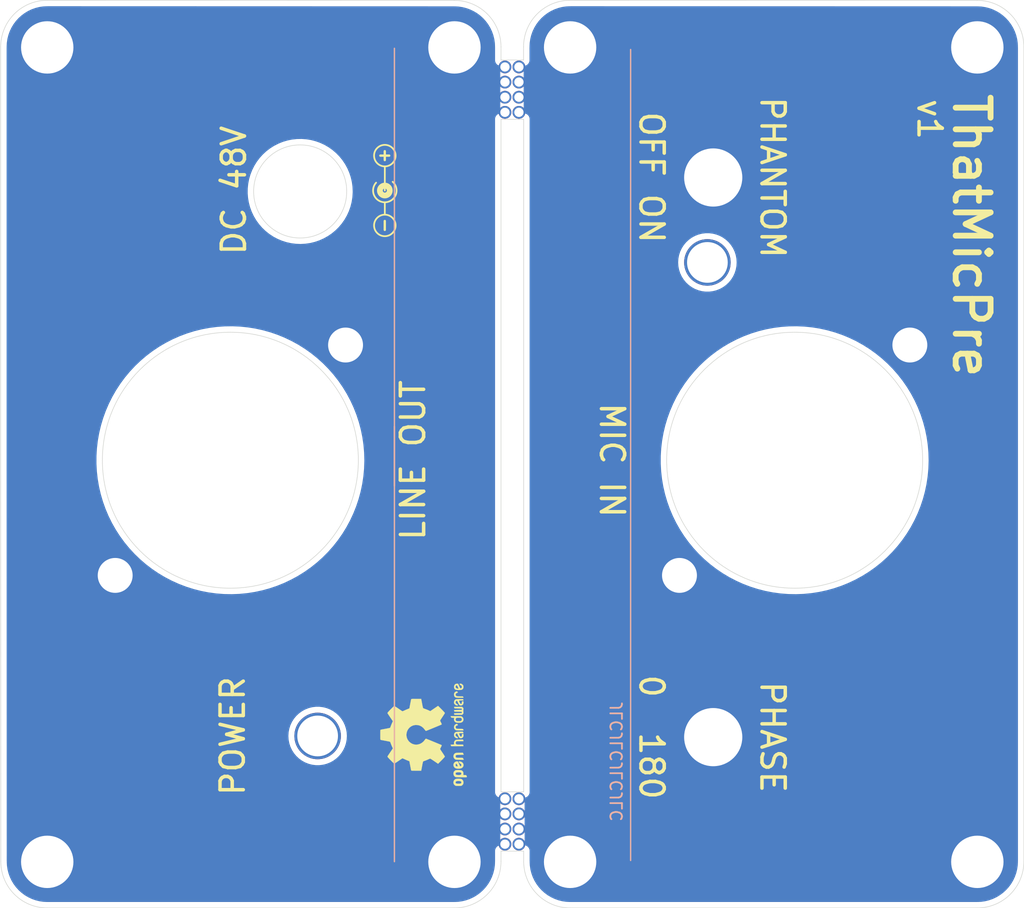
<source format=kicad_pcb>
(kicad_pcb (version 20211014) (generator pcbnew)
  (title_block (title "THAT MicPre Panels") (date "2020-04-13") (rev "1.1") (company "OJG"))
  (layers (0 "F.Cu" signal) (31 "B.Cu" signal) (34 "B.Paste" user) (35 "F.Paste" user) (36 "B.SilkS" user "B.Silkscreen") (37 "F.SilkS" user "F.Silkscreen") (38 "B.Mask" user) (39 "F.Mask" user) (44 "Edge.Cuts" user))
  (net 0 "")
  (net 1 "GND")
  (footprint "Symbol:OSHW-Logo2_9.8x8mm_SilkScreen" (layer "F.Cu") (at 139.1 117.6 90)
    (fp_text reference "REF**" hide)
    (fp_text value "OSHW-Logo2_9.8x8mm_SilkScreen" hide)
    (fp_poly (pts (xy 0.053501 2.626303) (xy 0.13006 2.654733) (xy 0.130936 2.655279) (xy 0.178285 2.690127) (xy 0.213241 2.730852) (xy 0.237825 2.783925) (xy 0.254062 2.855814) (xy 0.263975 2.952992) (xy 0.269586 3.081928) (xy 0.270077 3.100298) (xy 0.277141 3.377287) (xy 0.217695 3.408028) (xy 0.174681 3.428802) (xy 0.14871 3.438646) (xy 0.147509 3.438769) (xy 0.143014 3.420606) (xy 0.139444 3.371612) (xy 0.137248 3.300031) (xy 0.136769 3.242068) (xy 0.136758 3.14817) (xy 0.132466 3.089203) (xy 0.117503 3.061079) (xy 0.085482 3.059706) (xy 0.030014 3.080998) (xy -0.053731 3.120136) (xy -0.115311 3.152643) (xy -0.146983 3.180845) (xy -0.156294 3.211582) (xy -0.156308 3.213104) (xy -0.140943 3.266054) (xy -0.095453 3.29466) (xy -0.025834 3.298803) (xy 0.024313 3.298084) (xy 0.050754 3.312527) (xy 0.067243 3.347218) (xy 0.076733 3.391416) (xy 0.063057 3.416493) (xy 0.057907 3.420082) (xy 0.009425 3.434496) (xy -0.058469 3.436537) (xy -0.128388 3.426983) (xy -0.177932 3.409522) (xy -0.24643 3.351364) (xy -0.285366 3.270408) (xy -0.293077 3.20716) (xy -0.287193 3.150111) (xy -0.265899 3.103542) (xy -0.223735 3.062181) (xy -0.155241 3.020755) (xy -0.054956 2.973993) (xy -0.048846 2.97135) (xy 0.04149 2.929617) (xy 0.097235 2.895391) (xy 0.121129 2.864635) (xy 0.115913 2.833311) (xy 0.084328 2.797383) (xy 0.074883 2.789116) (xy 0.011617 2.757058) (xy -0.053936 2.758407) (xy -0.111028 2.789838) (xy -0.148907 2.848024) (xy -0.152426 2.859446) (xy -0.1867 2.914837) (xy -0.230191 2.941518) (xy -0.293077 2.96796) (xy -0.293077 2.899548) (xy -0.273948 2.80011) (xy -0.217169 2.708902) (xy -0.187622 2.678389) (xy -0.120458 2.639228) (xy -0.035044 2.6215) (xy 0.053501 2.626303)) (layer "F.SilkS") (width 0.01) (fill solid))
    (fp_poly (pts (xy 0.139878 -3.712224) (xy 0.245612 -3.711645) (xy 0.322132 -3.710078) (xy 0.374372 -3.707028) (xy 0.407263 -3.702004) (xy 0.425737 -3.694511) (xy 0.434727 -3.684056) (xy 0.439163 -3.670147) (xy 0.439594 -3.668346) (xy 0.446333 -3.635855) (xy 0.458808 -3.571748) (xy 0.475719 -3.482849) (xy 0.495771 -3.375981) (xy 0.517664 -3.257967) (xy 0.518429 -3.253822) (xy 0.540359 -3.138169) (xy 0.560877 -3.035986) (xy 0.578659 -2.953402) (xy 0.592381 -2.896544) (xy 0.600718 -2.871542) (xy 0.601116 -2.871099) (xy 0.625677 -2.85889) (xy 0.676315 -2.838544) (xy 0.742095 -2.814455) (xy 0.742461 -2.814326) (xy 0.825317 -2.783182) (xy 0.923 -2.743509) (xy 1.015077 -2.703619) (xy 1.019434 -2.701647) (xy 1.169407 -2.63358) (xy 1.501498 -2.860361) (xy 1.603374 -2.929496) (xy 1.695657 -2.991303) (xy 1.773003 -3.042267) (xy 1.830064 -3.078873) (xy 1.861495 -3.097606) (xy 1.864479 -3.098996) (xy 1.887321 -3.09281) (xy 1.929982 -3.062965) (xy 1.994128 -3.008053) (xy 2.081421 -2.926666) (xy 2.170535 -2.840078) (xy 2.256441 -2.754753) (xy 2.333327 -2.676892) (xy 2.396564 -2.611303) (xy 2.441523 -2.562795) (xy 2.463576 -2.536175) (xy 2.464396 -2.534805) (xy 2.466834 -2.516537) (xy 2.45765 -2.486705) (xy 2.434574 -2.441279) (xy 2.395337 -2.37623) (xy 2.33767 -2.28753) (xy 2.260795 -2.173343) (xy 2.19257 -2.072838) (xy 2.131582 -1.982697) (xy 2.081356 -1.908151) (xy 2.045416 -1.854435) (xy 2.027287 -1.826782) (xy 2.026146 -1.824905) (xy 2.028359 -1.79841) (xy 2.045138 -1.746914) (xy 2.073142 -1.680149) (xy 2.083122 -1.658828) (xy 2.126672 -1.563841) (xy 2.173134 -1.456063) (xy 2.210877 -1.362808) (xy 2.238073 -1.293594) (xy 2.259675 -1.240994) (xy 2.272158 -1.213503) (xy 2.273709 -1.211384) (xy 2.296668 -1.207876) (xy 2.350786 -1.198262) (xy 2.428868 -1.183911) (xy 2.523719 -1.166193) (xy 2.628143 -1.146475) (xy 2.734944 -1.126126) (xy 2.836926 -1.106514) (xy 2.926894 -1.089009) (xy 2.997653 -1.074978) (xy 3.042006 -1.065791) (xy 3.052885 -1.063193) (xy 3.064122 -1.056782) (xy 3.072605 -1.042303) (xy 3.078714 -1.014867) (xy 3.082832 -0.969589) (xy 3.085341 -0.90158) (xy 3.086621 -0.805953) (xy 3.087054 -0.67782) (xy 3.087077 -0.625299) (xy 3.087077 -0.198155) (xy 2.9845 -0.177909) (xy 2.927431 -0.16693) (xy 2.842269 -0.150905) (xy 2.739372 -0.131767) (xy 2.629096 -0.111449) (xy 2.598615 -0.105868) (xy 2.496855 -0.086083) (xy 2.408205 -0.066627) (xy 2.340108 -0.049303) (xy 2.300004 -0.035912) (xy 2.293323 -0.031921) (xy 2.276919 -0.003658) (xy 2.253399 0.051109) (xy 2.227316 0.121588) (xy 2.222142 0.136769) (xy 2.187956 0.230896) (xy 2.145523 0.337101) (xy 2.103997 0.432473) (xy 2.103792 0.432916) (xy 2.03464 0.582525) (xy 2.489512 1.251617) (xy 2.1975 1.544116) (xy 2.10918 1.63117) (xy 2.028625 1.707909) (xy 1.96036 1.770237) (xy 1.908908 1.814056) (xy 1.878794 1.83527) (xy 1.874474 1.836616) (xy 1.849111 1.826016) (xy 1.797358 1.796547) (xy 1.724868 1.751705) (xy 1.637294 1.694984) (xy 1.542612 1.631462) (xy 1.446516 1.566668) (xy 1.360837 1.510287) (xy 1.291016 1.465788) (xy 1.242494 1.436639) (xy 1.220782 1.426308) (xy 1.194293 1.43505) (xy 1.144062 1.458087) (xy 1.080451 1.490631) (xy 1.073708 1.494249) (xy 0.988046 1.53721) (xy 0.929306 1.558279) (xy 0.892772 1.558503) (xy 0.873731 1.538928) (xy 0.87362 1.538654) (xy 0.864102 1.515472) (xy 0.841403 1.460441) (xy 0.807282 1.377822) (xy 0.7635 1.271872) (xy 0.711816 1.146852) (xy 0.653992 1.00702) (xy 0.597991 0.871637) (xy 0.536447 0.722234) (xy 0.479939 0.583832) (xy 0.430161 0.460673) (xy 0.388806 0.357002) (xy 0.357568 0.277059) (xy 0.338141 0.225088) (xy 0.332154 0.205692) (xy 0.347168 0.183443) (xy 0.386439 0.147982) (xy 0.438807 0.108887) (xy 0.587941 -0.014755) (xy 0.704511 -0.156478) (xy 0.787118 -0.313296) (xy 0.834366 -0.482225) (xy 0.844857 -0.660278) (xy 0.837231 -0.742461) (xy 0.795682 -0.912969) (xy 0.724123 -1.063541) (xy 0.626995 -1.192691) (xy 0.508734 -1.298936) (xy 0.37378 -1.38079) (xy 0.226571 -1.436768) (xy 0.071544 -1.465385) (xy -0.086861 -1.465156) (xy -0.244206 -1.434595) (xy -0.396054 -1.372218) (xy -0.537965 -1.27654) (xy -0.597197 -1.222428) (xy -0.710797 -1.08348) (xy -0.789894 -0.931639) (xy -0.835014 -0.771333) (xy -0.846684 -0.606988) (xy -0.825431 -0.443029) (xy -0.77178 -0.283882) (xy -0.68626 -0.133975) (xy -0.569395 0.002267) (xy -0.438807 0.108887) (xy -0.384412 0.149642) (xy -0.345986 0.184718) (xy -0.332154 0.205726) (xy -0.339397 0.228635) (xy -0.359995 0.283365) (xy -0.392254 0.365672) (xy -0.434479 0.471315) (xy -0.484977 0.59605) (xy -0.542052 0.735636) (xy -0.598146 0.87167) (xy -0.660033 1.021201) (xy -0.717356 1.159767) (xy -0.768356 1.283107) (xy -0.811273 1.386964) (xy -0.844347 1.46708) (xy -0.865819 1.519195) (xy -0.873775 1.538654) (xy -0.892571 1.558423) (xy -0.928926 1.558365) (xy -0.987521 1.537441) (xy -1.073032 1.494613) (xy -1.073708 1.494249) (xy -1.138093 1.461012) (xy -1.190139 1.436802) (xy -1.219488 1.426404) (xy -1.220783 1.426308) (xy -1.242876 1.436855) (xy -1.291652 1.466184) (xy -1.361669 1.510827) (xy -1.447486 1.567314) (xy -1.542612 1.631462) (xy -1.63946 1.696411) (xy -1.726747 1.752896) (xy -1.798819 1.797421) (xy -1.850023 1.82649) (xy -1.874474 1.836616) (xy -1.89699 1.823307) (xy -1.942258 1.786112) (xy -2.005756 1.729128) (xy -2.082961 1.656449) (xy -2.169349 1.572171) (xy -2.197601 1.544016) (xy -2.489713 1.251416) (xy -2.267369 0.925104) (xy -2.199798 0.824897) (xy -2.140493 0.734963) (xy -2.092783 0.66051) (xy -2.059993 0.606751) (xy -2.045452 0.578894) (xy -2.045026 0.576912) (xy -2.052692 0.550655) (xy -2.073311 0.497837) (xy -2.103315 0.42731) (xy -2.124375 0.380093) (xy -2.163752 0.289694) (xy -2.200835 0.198366) (xy -2.229585 0.1212) (xy -2.237395 0.097692) (xy -2.259583 0.034916) (xy -2.281273 -0.013589) (xy -2.293187 -0.031921) (xy -2.319477 -0.043141) (xy -2.376858 -0.059046) (xy -2.457882 -0.077833) (xy -2.555105 -0.097701) (xy -2.598615 -0.105868) (xy -2.709104 -0.126171) (xy -2.815084 -0.14583) (xy -2.906199 -0.162912) (xy -2.972092 -0.175482) (xy -2.9845 -0.177909) (xy -3.087077 -0.198155) (xy -3.087077 -0.625299) (xy -3.086847 -0.765754) (xy -3.085901 -0.872021) (xy -3.083859 -0.948987) (xy -3.080338 -1.00154) (xy -3.074957 -1.034567) (xy -3.067334 -1.052955) (xy -3.057088 -1.061592) (xy -3.052885 -1.063193) (xy -3.02753 -1.068873) (xy -2.971516 -1.080205) (xy -2.892036 -1.095821) (xy -2.796288 -1.114353) (xy -2.691467 -1.134431) (xy -2.584768 -1.154688) (xy -2.483387 -1.173754) (xy -2.394521 -1.190261) (xy -2.325363 -1.202841) (xy -2.283111 -1.210125) (xy -2.27371 -1.211384) (xy -2.265193 -1.228237) (xy -2.24634 -1.27313) (xy -2.220676 -1.33757) (xy -2.210877 -1.362808) (xy -2.171352 -1.460314) (xy -2.124808 -1.568041) (xy -2.083123 -1.658828) (xy -2.05245 -1.728247) (xy -2.032044 -1.78529) (xy -2.025232 -1.820223) (xy -2.026318 -1.824905) (xy -2.040715 -1.847009) (xy -2.073588 -1.896169) (xy -2.12141 -1.967152) (xy -2.180652 -2.054722) (xy -2.247785 -2.153643) (xy -2.261059 -2.17317) (xy -2.338954 -2.28886) (xy -2.396213 -2.376956) (xy -2.435119 -2.441514) (xy -2.457956 -2.486589) (xy -2.467006 -2.516237) (xy -2.464552 -2.534515) (xy -2.464489 -2.534631) (xy -2.445173 -2.558639) (xy -2.402449 -2.605053) (xy -2.340949 -2.669063) (xy -2.265302 -2.745855) (xy -2.180139 -2.830618) (xy -2.170535 -2.840078) (xy -2.06321 -2.944011) (xy -1.980385 -3.020325) (xy -1.920395 -3.070429) (xy -1.881577 -3.09573) (xy -1.86448 -3.098996) (xy -1.839527 -3.08475) (xy -1.787745 -3.051844) (xy -1.71448 -3.003792) (xy -1.62508 -2.94411) (xy -1.524889 -2.876312) (xy -1.501499 -2.860361) (xy -1.169407 -2.63358) (xy -1.019435 -2.701647) (xy -0.92823 -2.741315) (xy -0.830331 -2.781209) (xy -0.746169 -2.813017) (xy -0.742462 -2.814326) (xy -0.676631 -2.838424) (xy -0.625884 -2.8588) (xy -0.601158 -2.871064) (xy -0.601116 -2.871099) (xy -0.593271 -2.893266) (xy -0.579934 -2.947783) (xy -0.56243 -3.02852) (xy -0.542083 -3.12935) (xy -0.520218 -3.244144) (xy -0.518429 -3.253822) (xy -0.496496 -3.372096) (xy -0.47636 -3.479458) (xy -0.45932 -3.569083) (xy -0.446672 -3.634149) (xy -0.439716 -3.667832) (xy -0.439594 -3.668346) (xy -0.435361 -3.682675) (xy -0.427129 -3.693493) (xy -0.409967 -3.701294) (xy -0.378942 -3.706571) (xy -0.329122 -3.709818) (xy -0.255576 -3.711528) (xy -0.153371 -3.712193) (xy -0.017575 -3.712307) (xy 0 -3.712308) (xy 0.139878 -3.712224)) (layer "F.SilkS") (width 0.01) (fill solid))
    (fp_poly (pts (xy 2.887333 2.633528) (xy 2.94359 2.659117) (xy 2.987747 2.690124) (xy 3.020101 2.724795) (xy 3.042438 2.76952) (xy 3.056546 2.830692) (xy 3.064211 2.914701) (xy 3.06722 3.02794) (xy 3.067538 3.102509) (xy 3.067538 3.39342) (xy 3.017773 3.416095) (xy 2.978576 3.432667) (xy 2.959157 3.438769) (xy 2.955442 3.42061) (xy 2.952495 3.371648) (xy 2.950691 3.300153) (xy 2.950308 3.243385) (xy 2.948661 3.161371) (xy 2.944222 3.096309) (xy 2.93774 3.056467) (xy 2.93259 3.048) (xy 2.897977 3.056646) (xy 2.84364 3.078823) (xy 2.780722 3.108886) (xy 2.720368 3.141192) (xy 2.673721 3.170098) (xy 2.651926 3.189961) (xy 2.651839 3.190175) (xy 2.653714 3.226935) (xy 2.670525 3.262026) (xy 2.700039 3.290528) (xy 2.743116 3.300061) (xy 2.779932 3.29895) (xy 2.832074 3.298133) (xy 2.859444 3.310349) (xy 2.875882 3.342624) (xy 2.877955 3.34871) (xy 2.885081 3.394739) (xy 2.866024 3.422687) (xy 2.816353 3.436007) (xy 2.762697 3.43847) (xy 2.666142 3.42021) (xy 2.616159 3.394131) (xy 2.554429 3.332868) (xy 2.52169 3.25767) (xy 2.518753 3.178211) (xy 2.546424 3.104167) (xy 2.588047 3.057769) (xy 2.629604 3.031793) (xy 2.694922 2.998907) (xy 2.771038 2.965557) (xy 2.783726 2.960461) (xy 2.867333 2.923565) (xy 2.91553 2.891046) (xy 2.93103 2.858718) (xy 2.91655 2.822394) (xy 2.891692 2.794) (xy 2.832939 2.759039) (xy 2.768293 2.756417) (xy 2.709008 2.783358) (xy 2.666339 2.837088) (xy 2.660739 2.85095) (xy 2.628133 2.901936) (xy 2.58053 2.939787) (xy 2.520461 2.97085) (xy 2.520461 2.882768) (xy 2.523997 2.828951) (xy 2.539156 2.786534) (xy 2.572768 2.741279) (xy 2.605035 2.70642) (xy 2.655209 2.657062) (xy 2.694193 2.630547) (xy 2.736064 2.619911) (xy 2.78346 2.618154) (xy 2.887333 2.633528)) (layer "F.SilkS") (width 0.01) (fill solid))
    (fp_poly (pts (xy 0.713362 2.62467) (xy 0.802117 2.657421) (xy 0.874022 2.71535) (xy 0.902144 2.756128) (xy 0.932802 2.830954) (xy 0.932165 2.885058) (xy 0.899987 2.921446) (xy 0.888081 2.927633) (xy 0.836675 2.946925) (xy 0.810422 2.941982) (xy 0.80153 2.909587) (xy 0.801077 2.891692) (xy 0.784797 2.825859) (xy 0.742365 2.779807) (xy 0.683388 2.757564) (xy 0.617475 2.763161) (xy 0.563895 2.792229) (xy 0.545798 2.80881) (xy 0.532971 2.828925) (xy 0.524306 2.859332) (xy 0.518696 2.906788) (xy 0.515035 2.97805) (xy 0.512215 3.079875) (xy 0.511484 3.112115) (xy 0.50882 3.22241) (xy 0.505792 3.300036) (xy 0.50125 3.351396) (xy 0.494046 3.38289) (xy 0.483033 3.40092) (xy 0.46706 3.411888) (xy 0.456834 3.416733) (xy 0.413406 3.433301) (xy 0.387842 3.438769) (xy 0.379395 3.420507) (xy 0.374239 3.365296) (xy 0.372346 3.272499) (xy 0.373689 3.141478) (xy 0.374107 3.121269) (xy 0.377058 3.001733) (xy 0.380548 2.914449) (xy 0.385514 2.852591) (xy 0.392893 2.809336) (xy 0.403624 2.77786) (xy 0.418645 2.751339) (xy 0.426502 2.739975) (xy 0.471553 2.689692) (xy 0.52194 2.650581) (xy 0.528108 2.647167) (xy 0.618458 2.620212) (xy 0.713362 2.62467)) (layer "F.SilkS") (width 0.01) (fill solid))
    (fp_poly (pts (xy -2.465746 2.599745) (xy -2.388714 2.651567) (xy -2.329184 2.726412) (xy -2.293622 2.821654) (xy -2.286429 2.891756) (xy -2.287246 2.921009) (xy -2.294086 2.943407) (xy -2.312888 2.963474) (xy -2.349592 2.985733) (xy -2.410138 3.014709) (xy -2.500466 3.054927) (xy -2.500923 3.055129) (xy -2.584067 3.09321) (xy -2.652247 3.127025) (xy -2.698495 3.152933) (xy -2.715842 3.167295) (xy -2.715846 3.167411) (xy -2.700557 3.198685) (xy -2.664804 3.233157) (xy -2.623758 3.25799) (xy -2.602963 3.262923) (xy -2.54623 3.245862) (xy -2.497373 3.203133) (xy -2.473535 3.156155) (xy -2.450603 3.121522) (xy -2.405682 3.082081) (xy -2.352877 3.048009) (xy -2.30629 3.02948) (xy -2.296548 3.028462) (xy -2.285582 3.045215) (xy -2.284921 3.088039) (xy -2.29298 3.145781) (xy -2.308173 3.207289) (xy -2.328914 3.261409) (xy -2.329962 3.26351) (xy -2.392379 3.35066) (xy -2.473274 3.409939) (xy -2.565144 3.439034) (xy -2.660487 3.435634) (xy -2.751802 3.397428) (xy -2.755862 3.394741) (xy -2.827694 3.329642) (xy -2.874927 3.244705) (xy -2.901066 3.133021) (xy -2.904574 3.101643) (xy -2.910787 2.953536) (xy -2.903339 2.884468) (xy -2.715846 2.884468) (xy -2.71341 2.927552) (xy -2.700086 2.940126) (xy -2.666868 2.930719) (xy -2.614506 2.908483) (xy -2.555976 2.88061) (xy -2.554521 2.879872) (xy -2.504911 2.853777) (xy -2.485 2.836363) (xy -2.48991 2.818107) (xy -2.510584 2.79412) (xy -2.563181 2.759406) (xy -2.619823 2.756856) (xy -2.670631 2.782119) (xy -2.705724 2.830847) (xy -2.715846 2.884468) (xy -2.903339 2.884468) (xy -2.898008 2.835036) (xy -2.865222 2.741055) (xy -2.819579 2.675215) (xy -2.737198 2.608681) (xy -2.646454 2.575676) (xy -2.553815 2.573573) (xy -2.465746 2.599745)) (layer "F.SilkS") (width 0.01) (fill solid))
    (fp_poly (pts (xy 4.245224 2.647838) (xy 4.322528 2.698361) (xy 4.359814 2.74359) (xy 4.389353 2.825663) (xy 4.391699 2.890607) (xy 4.386385 2.977445) (xy 4.186115 3.065103) (xy 4.088739 3.109887) (xy 4.025113 3.145913) (xy 3.992029 3.177117) (xy 3.98628 3.207436) (xy 4.004658 3.240805) (xy 4.024923 3.262923) (xy 4.083889 3.298393) (xy 4.148024 3.300879) (xy 4.206926 3.273235) (xy 4.250197 3.21832) (xy 4.257936 3.198928) (xy 4.295006 3.138364) (xy 4.337654 3.112552) (xy 4.396154 3.090471) (xy 4.396154 3.174184) (xy 4.390982 3.23115) (xy 4.370723 3.279189) (xy 4.328262 3.334346) (xy 4.321951 3.341514) (xy 4.27472 3.390585) (xy 4.234121 3.41692) (xy 4.183328 3.429035) (xy 4.14122 3.433003) (xy 4.065902 3.433991) (xy 4.012286 3.421466) (xy 3.978838 3.402869) (xy 3.926268 3.361975) (xy 3.889879 3.317748) (xy 3.86685 3.262126) (xy 3.854359 3.187047) (xy 3.849587 3.084449) (xy 3.849206 3.032376) (xy 3.850501 2.969948) (xy 3.968471 2.969948) (xy 3.969839 3.003438) (xy 3.973249 3.008923) (xy 3.995753 3.001472) (xy 4.044182 2.981753) (xy 4.108908 2.953718) (xy 4.122443 2.947692) (xy 4.204244 2.906096) (xy 4.249312 2.869538) (xy 4.259217 2.835296) (xy 4.235526 2.800648) (xy 4.21596 2.785339) (xy 4.14536 2.754721) (xy 4.07928 2.75978) (xy 4.023959 2.797151) (xy 3.985636 2.863473) (xy 3.973349 2.916116) (xy 3.968471 2.969948) (xy 3.850501 2.969948) (xy 3.85173 2.91072) (xy 3.861032 2.82071) (xy 3.87946 2.755167) (xy 3.90936 2.706912) (xy 3.95308 2.668767) (xy 3.972141 2.65644) (xy 4.058726 2.624336) (xy 4.153522 2.622316) (xy 4.245224 2.647838)) (layer "F.SilkS") (width 0.01) (fill solid))
    (fp_poly (pts (xy -3.983114 2.587256) (xy -3.891536 2.635409) (xy -3.823951 2.712905) (xy -3.799943 2.762727) (xy -3.781262 2.837533) (xy -3.771699 2.932052) (xy -3.770792 3.03521) (xy -3.778079 3.135935) (xy -3.793097 3.223153) (xy -3.815385 3.285791) (xy -3.822235 3.296579) (xy -3.903368 3.377105) (xy -3.999734 3.425336) (xy -4.104299 3.43945) (xy -4.210032 3.417629) (xy -4.239457 3.404547) (xy -4.296759 3.364231) (xy -4.34705 3.310775) (xy -4.351803 3.303995) (xy -4.371122 3.271321) (xy -4.383892 3.236394) (xy -4.391436 3.190414) (xy -4.395076 3.124584) (xy -4.396135 3.030105) (xy -4.396154 3.008923) (xy -4.396106 3.002182) (xy -4.200769 3.002182) (xy -4.199632 3.091349) (xy -4.195159 3.15052) (xy -4.185754 3.188741) (xy -4.169824 3.215053) (xy -4.161692 3.223846) (xy -4.114942 3.257261) (xy -4.069553 3.255737) (xy -4.02366 3.226752) (xy -3.996288 3.195809) (xy -3.980077 3.150643) (xy -3.970974 3.07942) (xy -3.970349 3.071114) (xy -3.968796 2.942037) (xy -3.985035 2.846172) (xy -4.018848 2.784107) (xy -4.070016 2.756432) (xy -4.08828 2.754923) (xy -4.13624 2.762513) (xy -4.169047 2.788808) (xy -4.189105 2.839095) (xy -4.198822 2.918664) (xy -4.200769 3.002182) (xy -4.396106 3.002182) (xy -4.395426 2.908249) (xy -4.392371 2.837906) (xy -4.385678 2.789163) (xy -4.37404 2.753288) (xy -4.356147 2.721548) (xy -4.352192 2.715648) (xy -4.285733 2.636104) (xy -4.213315 2.589929) (xy -4.125151 2.571599) (xy -4.095213 2.570703) (xy -3.983114 2.587256)) (layer "F.SilkS") (width 0.01) (fill solid))
    (fp_poly (pts (xy -1.728336 2.595089) (xy -1.665633 2.631358) (xy -1.622039 2.667358) (xy -1.590155 2.705075) (xy -1.56819 2.751199) (xy -1.554351 2.812421) (xy -1.546847 2.895431) (xy -1.543883 3.006919) (xy -1.543539 3.087062) (xy -1.543539 3.382065) (xy -1.709615 3.456515) (xy -1.719385 3.133402) (xy -1.723421 3.012729) (xy -1.727656 2.925141) (xy -1.732903 2.86465) (xy -1.739975 2.825268) (xy -1.749689 2.801007) (xy -1.762856 2.78588) (xy -1.767081 2.782606) (xy -1.831091 2.757034) (xy -1.895792 2.767153) (xy -1.934308 2.794) (xy -1.949975 2.813024) (xy -1.96082 2.837988) (xy -1.967712 2.875834) (xy -1.971521 2.933502) (xy -1.973117 3.017935) (xy -1.973385 3.105928) (xy -1.973437 3.216323) (xy -1.975328 3.294463) (xy -1.981655 3.347165) (xy -1.995017 3.381242) (xy -2.018015 3.403511) (xy -2.053246 3.420787) (xy -2.100303 3.438738) (xy -2.151697 3.458278) (xy -2.145579 3.111485) (xy -2.143116 2.986468) (xy -2.140233 2.894082) (xy -2.136102 2.827881) (xy -2.129893 2.78142) (xy -2.120774 2.748256) (xy -2.107917 2.721944) (xy -2.092416 2.698729) (xy -2.017629 2.624569) (xy -1.926372 2.581684) (xy -1.827117 2.571412) (xy -1.728336 2.595089)) (layer "F.SilkS") (width 0.01) (fill solid))
    (fp_poly (pts (xy 2.395929 2.636662) (xy 2.398911 2.688068) (xy 2.401247 2.766192) (xy 2.402749 2.864857) (xy 2.403231 2.968343) (xy 2.403231 3.318533) (xy 2.341401 3.380363) (xy 2.298793 3.418462) (xy 2.26139 3.433895) (xy 2.21027 3.432918) (xy 2.189978 3.430433) (xy 2.126554 3.4232) (xy 2.074095 3.419055) (xy 2.061308 3.418672) (xy 2.018199 3.421176) (xy 1.956544 3.427462) (xy 1.932638 3.430433) (xy 1.873922 3.435028) (xy 1.834464 3.425046) (xy 1.795338 3.394228) (xy 1.781215 3.380363) (xy 1.719385 3.318533) (xy 1.719385 2.663503) (xy 1.76915 2.640829) (xy 1.812002 2.624034) (xy 1.837073 2.618154) (xy 1.843501 2.636736) (xy 1.849509 2.688655) (xy 1.854697 2.768172) (xy 1.858664 2.869546) (xy 1.860577 2.955192) (xy 1.865923 3.292231) (xy 1.91256 3.298825) (xy 1.954976 3.294214) (xy 1.97576 3.279287) (xy 1.98157 3.251377) (xy 1.98653 3.191925) (xy 1.990246 3.108466) (xy 1.992324 3.008532) (xy 1.992624 2.957104) (xy 1.992923 2.661054) (xy 2.054454 2.639604) (xy 2.098004 2.62502) (xy 2.121694 2.618219) (xy 2.122377 2.618154) (xy 2.124754 2.636642) (xy 2.127366 2.687906) (xy 2.129995 2.765649) (xy 2.132421 2.863574) (xy 2.134115 2.955192) (xy 2.139461 3.292231) (xy 2.256692 3.292231) (xy 2.262072 2.984746) (xy 2.267451 2.677261) (xy 2.324601 2.647707) (xy 2.366797 2.627413) (xy 2.39177 2.618204) (xy 2.392491 2.618154) (xy 2.395929 2.636662)) (layer "F.SilkS") (width 0.01) (fill solid))
    (fp_poly (pts (xy 3.570807 2.636782) (xy 3.594161 2.646988) (xy 3.649902 2.691134) (xy 3.697569 2.754967) (xy 3.727048 2.823087) (xy 3.731846 2.85667) (xy 3.71576 2.903556) (xy 3.680475 2.928365) (xy 3.642644 2.943387) (xy 3.625321 2.946155) (xy 3.616886 2.926066) (xy 3.60023 2.882351) (xy 3.592923 2.862598) (xy 3.551948 2.794271) (xy 3.492622 2.760191) (xy 3.416552 2.761239) (xy 3.410918 2.762581) (xy 3.370305 2.781836) (xy 3.340448 2.819375) (xy 3.320055 2.879809) (xy 3.307836 2.967751) (xy 3.3025 3.087813) (xy 3.302 3.151698) (xy 3.301752 3.252403) (xy 3.300126 3.321054) (xy 3.295801 3.364673) (xy 3.287454 3.390282) (xy 3.273765 3.404903) (xy 3.253411 3.415558) (xy 3.252234 3.416095) (xy 3.213038 3.432667) (xy 3.193619 3.438769) (xy 3.190635 3.420319) (xy 3.188081 3.369323) (xy 3.18614 3.292308) (xy 3.184997 3.195805) (xy 3.184769 3.125184) (xy 3.185932 2.988525) (xy 3.190479 2.884851) (xy 3.199999 2.808108) (xy 3.216081 2.752246) (xy 3.240313 2.711212) (xy 3.274286 2.678954) (xy 3.307833 2.65644) (xy 3.388499 2.626476) (xy 3.482381 2.619718) (xy 3.570807 2.636782)) (layer "F.SilkS") (width 0.01) (fill solid))
    (fp_poly (pts (xy -0.840154 2.49212) (xy -0.834428 2.57198) (xy -0.827851 2.619039) (xy -0.818738 2.639566) (xy -0.805402 2.639829) (xy -0.801077 2.637378) (xy -0.743556 2.619636) (xy -0.668732 2.620672) (xy -0.592661 2.63891) (xy -0.545082 2.662505) (xy -0.496298 2.700198) (xy -0.460636 2.742855) (xy -0.436155 2.797057) (xy -0.420913 2.869384) (xy -0.41297 2.966419) (xy -0.410384 3.094742) (xy -0.410338 3.119358) (xy -0.410308 3.39587) (xy -0.471839 3.41732) (xy -0.515541 3.431912) (xy -0.539518 3.438706) (xy -0.540223 3.438769) (xy -0.542585 3.420345) (xy -0.544594 3.369526) (xy -0.546099 3.292993) (xy -0.546947 3.19743) (xy -0.547077 3.139329) (xy -0.547349 3.024771) (xy -0.548748 2.942667) (xy -0.552151 2.886393) (xy -0.558433 2.849326) (xy -0.568471 2.824844) (xy -0.583139 2.806325) (xy -0.592298 2.797406) (xy -0.655211 2.761466) (xy -0.723864 2.758775) (xy -0.786152 2.78917) (xy -0.797671 2.800144) (xy -0.814567 2.820779) (xy -0.826286 2.845256) (xy -0.833767 2.880647) (xy -0.837946 2.934026) (xy -0.839763 3.012466) (xy -0.840154 3.120617) (xy -0.840154 3.39587) (xy -0.901685 3.41732) (xy -0.945387 3.431912) (xy -0.969364 3.438706) (xy -0.97007 3.438769) (xy -0.971874 3.420069) (xy -0.9735 3.367322) (xy -0.974883 3.285557) (xy -0.975958 3.179805) (xy -0.97666 3.055094) (xy -0.976923 2.916455) (xy -0.976923 2.381806) (xy -0.849923 2.328236) (xy -0.840154 2.49212)) (layer "F.SilkS") (width 0.01) (fill solid))
    (fp_poly (pts (xy -3.231114 2.584505) (xy -3.156461 2.621727) (xy -3.090569 2.690261) (xy -3.072423 2.715648) (xy -3.052655 2.748866) (xy -3.039828 2.784945) (xy -3.03249 2.833098) (xy -3.029187 2.902536) (xy -3.028462 2.994206) (xy -3.031737 3.11983) (xy -3.043123 3.214154) (xy -3.064959 3.284523) (xy -3.099581 3.338286) (xy -3.14933 3.382788) (xy -3.152986 3.385423) (xy -3.202015 3.412377) (xy -3.261055 3.425712) (xy -3.336141 3.429) (xy -3.458205 3.429) (xy -3.458256 3.547497) (xy -3.459392 3.613492) (xy -3.466314 3.652202) (xy -3.484402 3.675419) (xy -3.519038 3.694933) (xy -3.527355 3.69892) (xy -3.56628 3.717603) (xy -3.596417 3.729403) (xy -3.618826 3.730422) (xy -3.634567 3.716761) (xy -3.644698 3.684522) (xy -3.650277 3.629804) (xy -3.652365 3.548711) (xy -3.652019 3.437344) (xy -3.6503 3.291802) (xy -3.649763 3.248269) (xy -3.647828 3.098205) (xy -3.646096 3.000042) (xy -3.458308 3.000042) (xy -3.457252 3.083364) (xy -3.452562 3.13788) (xy -3.441949 3.173837) (xy -3.423128 3.201482) (xy -3.41035 3.214965) (xy -3.35811 3.254417) (xy -3.311858 3.257628) (xy -3.264133 3.225049) (xy -3.262923 3.223846) (xy -3.243506 3.198668) (xy -3.231693 3.164447) (xy -3.225735 3.111748) (xy -3.22388 3.031131) (xy -3.223846 3.013271) (xy -3.22833 2.902175) (xy -3.242926 2.825161) (xy -3.26935 2.778147) (xy -3.309317 2.75705) (xy -3.332416 2.754923) (xy -3.387238 2.7649) (xy -3.424842 2.797752) (xy -3.447477 2.857857) (xy -3.457394 2.949598) (xy -3.458308 3.000042) (xy -3.646096 3.000042) (xy -3.645778 2.98206) (xy -3.643127 2.894679) (xy -3.639394 2.830905) (xy -3.634093 2.785582) (xy -3.626742 2.753555) (xy -3.616857 2.729668) (xy -3.603954 2.708764) (xy -3.598421 2.700898) (xy -3.525031 2.626595) (xy -3.43224 2.584467) (xy -3.324904 2.572722) (xy -3.231114 2.584505)) (layer "F.SilkS") (width 0.01) (fill solid))
    (fp_poly (pts (xy 1.602081 2.780289) (xy 1.601833 2.92632) (xy 1.600872 3.038655) (xy 1.598794 3.122678) (xy 1.595193 3.183769) (xy 1.589665 3.227309) (xy 1.581804 3.258679) (xy 1.571207 3.283262) (xy 1.563182 3.297294) (xy 1.496728 3.373388) (xy 1.41247 3.421084) (xy 1.319249 3.438199) (xy 1.2259 3.422546) (xy 1.170312 3.394418) (xy 1.111957 3.34576) (xy 1.072186 3.286333) (xy 1.04819 3.208507) (xy 1.037161 3.104652) (xy 1.035599 3.028462) (xy 1.035809 3.022986) (xy 1.172308 3.022986) (xy 1.173141 3.110355) (xy 1.176961 3.168192) (xy 1.185746 3.206029) (xy 1.201474 3.233398) (xy 1.220266 3.254042) (xy 1.283375 3.29389) (xy 1.351137 3.297295) (xy 1.415179 3.264025) (xy 1.420164 3.259517) (xy 1.441439 3.236067) (xy 1.454779 3.208166) (xy 1.462001 3.166641) (xy 1.464923 3.102316) (xy 1.465385 3.0312) (xy 1.464383 2.941858) (xy 1.460238 2.882258) (xy 1.451236 2.843089) (xy 1.435667 2.81504) (xy 1.422902 2.800144) (xy 1.3636 2.762575) (xy 1.295301 2.758057) (xy 1.23011 2.786753) (xy 1.217528 2.797406) (xy 1.196111 2.821063) (xy 1.182744 2.849251) (xy 1.175566 2.891245) (xy 1.172719 2.956319) (xy 1.172308 3.022986) (xy 1.035809 3.022986) (xy 1.040322 2.905765) (xy 1.056362 2.813577) (xy 1.086528 2.744269) (xy 1.133629 2.690211) (xy 1.170312 2.662505) (xy 1.23699 2.632572) (xy 1.314272 2.618678) (xy 1.38611 2.622397) (xy 1.426308 2.6374) (xy 1.442082 2.64167) (xy 1.45255 2.62575) (xy 1.459856 2.583089) (xy 1.465385 2.518106) (xy 1.471437 2.445732) (xy 1.479844 2.402187) (xy 1.495141 2.377287) (xy 1.521864 2.360845) (xy 1.538654 2.353564) (xy 1.602154 2.326963) (xy 1.602081 2.780289)) (layer "F.SilkS") (width 0.01) (fill solid))
  )
  (footprint "Symbol:Symbol_Barrel_Polarity" (layer "F.Cu") (at 135.7 70.821 90)
    (fp_text reference "LOGO4" hide)
    (fp_text value "SYM_Arrow_Normal")
    (fp_line (start -2 0.075) (end -1.1 0.075) (layer "F.SilkS") (width 0.15))
    (fp_line (start 0 0.075) (end 2 0.075) (layer "F.SilkS") (width 0.15))
    (fp_arc (start 0.75 0.75) (mid -1.007627 0.128033) (end 0.675 -0.675) (layer "F.SilkS") (width 0.15))
    (fp_circle (center 3 0.075) (end 3 1) (layer "F.SilkS") (width 0.15) (fill none))
    (fp_circle (center -3 0.075) (end -3 1) (layer "F.SilkS") (width 0.15) (fill none))
    (fp_circle (center 0 0.075) (end 0 0.25) (layer "F.SilkS") (width 0.5) (fill none))
  )
  (gr_line (start 136.6 91.1) (end 136.6 128.5) (layer "B.SilkS") (width 0.12))
  (gr_line (start 136.6 96.2) (end 136.6 58.6) (layer "B.SilkS") (width 0.12))
  (gr_line (start 156.9 128.4) (end 156.9 58.7) (layer "B.SilkS") (width 0.12))
  (gr_line (start 145.76 64.7) (end 147.71 64.7) (layer "Edge.Cuts") (width 0.05))
  (gr_arc (start 151.7 132.48) (mid 148.878644 131.311356) (end 147.71 128.49) (layer "Edge.Cuts") (width 0.05))
  (gr_line (start 102.76 93.484) (end 102.77 128.49) (layer "Edge.Cuts") (width 0.05))
  (gr_circle (center 122.5 94) (end 133.5 94) (layer "Edge.Cuts") (width 0.05) (fill none))
  (gr_line (start 151.7 132.48) (end 186.7 132.48) (layer "Edge.Cuts") (width 0.05))
  (gr_line (start 106.76 132.48) (end 141.76 132.48) (layer "Edge.Cuts") (width 0.05))
  (gr_line (start 145.76 127.6) (end 147.71 127.6) (layer "Edge.Cuts") (width 0.05))
  (gr_line (start 102.76 93.484) (end 102.76 58.47) (layer "Edge.Cuts") (width 0.05))
  (gr_line (start 145.76 59.6) (end 145.76 58.48) (layer "Edge.Cuts") (width 0.05))
  (gr_arc (start 106.76 132.48) (mid 103.938644 131.311356) (end 102.77 128.49) (layer "Edge.Cuts") (width 0.05))
  (gr_line (start 147.71 127.6) (end 147.71 128.49) (layer "Edge.Cuts") (width 0.05))
  (gr_circle (center 128.5 70.9) (end 132.5 70.9) (layer "Edge.Cuts") (width 0.05) (fill none))
  (gr_arc (start 102.76 58.47) (mid 103.931573 55.641573) (end 106.76 54.47) (layer "Edge.Cuts") (width 0.05))
  (gr_line (start 190.7 128.48) (end 190.7 58.48) (layer "Edge.Cuts") (width 0.05))
  (gr_line (start 145.76 128.48) (end 145.76 127.6) (layer "Edge.Cuts") (width 0.05))
  (gr_arc (start 186.7 54.48) (mid 189.528427 55.651573) (end 190.7 58.48) (layer "Edge.Cuts") (width 0.05))
  (gr_line (start 151.7 54.47) (end 186.7 54.48) (layer "Edge.Cuts") (width 0.05))
  (gr_line (start 147.7 58.47) (end 147.7 59.6) (layer "Edge.Cuts") (width 0.05))
  (gr_arc (start 147.7 58.47) (mid 148.871573 55.641573) (end 151.7 54.47) (layer "Edge.Cuts") (width 0.05))
  (gr_arc (start 190.7 128.48) (mid 189.528427 131.308427) (end 186.7 132.48) (layer "Edge.Cuts") (width 0.05))
  (gr_arc (start 141.76 54.48) (mid 144.588427 55.651573) (end 145.76 58.48) (layer "Edge.Cuts") (width 0.05))
  (gr_arc (start 145.76 128.48) (mid 144.588427 131.308427) (end 141.76 132.48) (layer "Edge.Cuts") (width 0.05))
  (gr_line (start 147.7 59.6) (end 145.76 59.6) (layer "Edge.Cuts") (width 0.05))
  (gr_line (start 145.76 122.5) (end 145.76 64.7) (layer "Edge.Cuts") (width 0.05))
  (gr_line (start 106.76 54.47) (end 141.76 54.48) (layer "Edge.Cuts") (width 0.05))
  (gr_circle (center 171 94) (end 182 94) (layer "Edge.Cuts") (width 0.05) (fill none))
  (gr_line (start 145.76 122.5) (end 147.71 122.5) (layer "Edge.Cuts") (width 0.05))
  (gr_line (start 147.71 64.7) (end 147.71 122.5) (layer "Edge.Cuts") (width 0.05))
  (gr_text "JLCJLCJLCJLC" (at 155.7 119.9 90) (layer "B.SilkS") (effects (font (size 1 1)) (justify mirror)))
  (gr_text "+" (at 135.7 67.821 90) (layer "F.SilkS") (effects (font (size 1 1) (thickness 0.2))))
  (gr_text "PHASE" (at 169.1 117.8 270) (layer "F.SilkS") (effects (font (size 2 2) (thickness 0.3))))
  (gr_text "-" (at 135.7 73.821 90) (layer "F.SilkS") (effects (font (size 1 1) (thickness 0.2))))
  (gr_text "DC 48V" (at 122.8 70.8 90) (layer "F.SilkS") (effects (font (size 2 2) (thickness 0.3))))
  (gr_text "OFF ON" (at 158.7 69.7 270) (layer "F.SilkS") (effects (font (size 2 2) (thickness 0.3))))
  (gr_text "MIC IN" (at 155.3 94 270) (layer "F.SilkS") (effects (font (size 2 2) (thickness 0.3))))
  (gr_text "LINE OUT" (at 138.2 94 90) (layer "F.SilkS") (effects (font (size 2 2) (thickness 0.3))))
  (gr_text "POWER" (at 122.7 117.7 90) (layer "F.SilkS") (effects (font (size 2 2) (thickness 0.3))))
  (gr_text "v1" (at 182.6 64.7 270) (layer "F.SilkS") (effects (font (size 2 2) (thickness 0.3))))
  (gr_text "PHANTOM" (at 169.1 69.7 270) (layer "F.SilkS") (effects (font (size 2 2) (thickness 0.3))))
  (gr_text "0  180" (at 158.7 117.8 270) (layer "F.SilkS") (effects (font (size 2 2) (thickness 0.3))))
  (gr_text "ThatMicPre" (at 186.2 74.7 270) (layer "F.SilkS") (effects (font (size 3 3) (thickness 0.5))))
  (via (at 130 117.7) (size 4) (drill 3.5) (layers "F.Cu" "B.Cu") (net 0))
  (via (at 163.5 77) (size 4) (drill 3.5) (layers "F.Cu" "B.Cu") (net 0))
  (via (at 146.1 64.1) (size 1.1) (drill 0.8) (layers "F.Cu" "B.Cu") (net 1))
  (via (at 146.1 60.2) (size 1.1) (drill 0.8) (layers "F.Cu" "B.Cu") (net 1))
  (via (at 146.1 61.5) (size 1.1) (drill 0.8) (layers "F.Cu" "B.Cu") (net 1))
  (via (at 147.3 127) (size 1.1) (drill 0.8) (layers "F.Cu" "B.Cu") (net 1))
  (via (at 146.1 124.4) (size 1.1) (drill 0.8) (layers "F.Cu" "B.Cu") (net 1))
  (via (at 151.7 128.52) (size 6) (drill 4.5) (layers "F.Cu" "B.Cu") (net 1))
  (via (at 147.3 124.4) (size 1.1) (drill 0.8) (layers "F.Cu" "B.Cu") (net 1))
  (via (at 106.76 58.52) (size 6) (drill 4.5) (layers "F.Cu" "B.Cu") (net 1))
  (via (at 132.4 84.1) (size 3.3) (drill 3) (layers "F.Cu" "B.Cu") (net 1))
  (via (at 186.7 58.52) (size 6) (drill 4.5) (layers "F.Cu" "B.Cu") (net 1))
  (via (at 146.1 127) (size 1.1) (drill 0.8) (layers "F.Cu" "B.Cu") (net 1))
  (via (at 147.3 61.5) (size 1.1) (drill 0.8) (layers "F.Cu" "B.Cu") (net 1))
  (via (at 164 117.8) (size 5.5) (drill 5) (layers "F.Cu" "B.Cu") (net 1))
  (via (at 106.76 128.52) (size 6) (drill 4.5) (layers "F.Cu" "B.Cu") (net 1))
  (via (at 147.3 64.1) (size 1.1) (drill 0.8) (layers "F.Cu" "B.Cu") (net 1))
  (via (at 112.6 103.9) (size 3.3) (drill 3) (layers "F.Cu" "B.Cu") (net 1))
  (via (at 147.3 123.1) (size 1.1) (drill 0.8) (layers "F.Cu" "B.Cu") (net 1))
  (via (at 186.7 128.52) (size 6) (drill 4.5) (layers "F.Cu" "B.Cu") (net 1))
  (via (at 147.3 62.8) (size 1.1) (drill 0.8) (layers "F.Cu" "B.Cu") (net 1))
  (via (at 146.1 62.8) (size 1.1) (drill 0.8) (layers "F.Cu" "B.Cu") (net 1))
  (via (at 141.76 58.52) (size 6) (drill 4.5) (layers "F.Cu" "B.Cu") (net 1))
  (via (at 147.3 125.7) (size 1.1) (drill 0.8) (layers "F.Cu" "B.Cu") (net 1))
  (via (at 146.1 123.1) (size 1.1) (drill 0.8) (layers "F.Cu" "B.Cu") (net 1))
  (via (at 147.3 60.2) (size 1.1) (drill 0.8) (layers "F.Cu" "B.Cu") (net 1))
  (via (at 151.7 58.52) (size 6) (drill 4.5) (layers "F.Cu" "B.Cu") (net 1))
  (via (at 164 69.7) (size 5.5) (drill 5) (layers "F.Cu" "B.Cu") (net 1))
  (via (at 180.9 84.1) (size 3.3) (drill 3) (layers "F.Cu" "B.Cu") (net 1))
  (via (at 141.76 128.52) (size 6) (drill 4.5) (layers "F.Cu" "B.Cu") (net 1))
  (via (at 146.1 125.7) (size 1.1) (drill 0.8) (layers "F.Cu" "B.Cu") (net 1))
  (via (at 161.1 103.9) (size 3.3) (drill 3) (layers "F.Cu" "B.Cu") (net 1))
  (zone (net 1) (net_name "GND") (layer "B.Cu") (connect_pads yes (clearance 0.508)) (min_thickness 0.254) (fill yes (thermal_gap 0.508) (thermal_bridge_width 0.508) (island_removal_mode 1) (island_area_min 0))
    (polygon (pts (xy 145.7 132.4) (xy 102.7 132.4) (xy 102.7 54.5) (xy 145.7 54.47)))
  )
  (zone (net 1) (net_name "GND") (layer "B.Cu") (connect_pads (clearance 0.508)) (min_thickness 0.254) (fill yes (thermal_gap 0.508) (thermal_bridge_width 0.508) (island_removal_mode 1) (island_area_min 0))
    (polygon (pts (xy 190.7 132.4) (xy 147.8 132.4) (xy 147.7 54.6) (xy 190.7 54.5)))
  )
)
</source>
